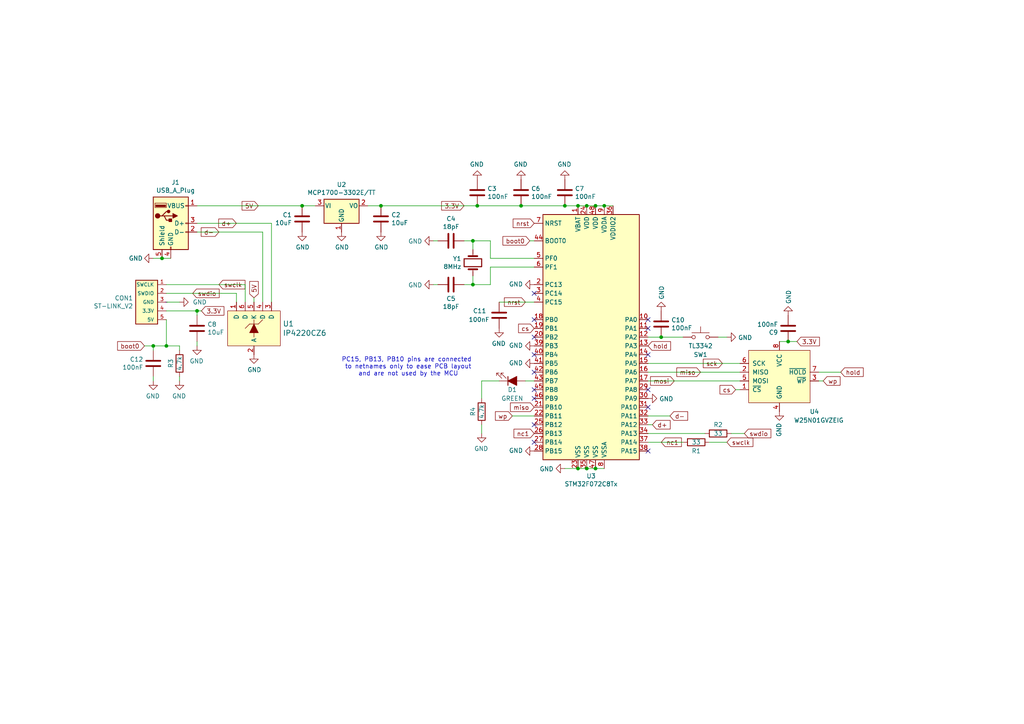
<source format=kicad_sch>
(kicad_sch (version 20211123) (generator eeschema)
  (paper "A4")
  (title_block (date "2019-11-28") (rev "1.3"))
  (lib_symbols
    (symbol "Connector:USB_A" (pin_names (offset 1.016))
      (property "Reference" "J" (at -5.08 11.43 0))
      (property "Value" "USB_A" (at -5.08 8.89 0))
      (symbol "USB_A_0_1"
        (rectangle (start -5.08 -7.62) (end 5.08 7.62) (stroke (width 0.254)) (fill (type background)))
        (circle (center -3.81 2.159) (radius 0.635) (stroke (width 0.254)) (fill (type outline)))
        (rectangle (start -1.524 4.826) (end -4.318 5.334) (fill (type outline)))
        (rectangle (start -1.27 4.572) (end -4.572 5.842))
        (circle (center -0.635 3.429) (radius 0.381) (stroke (width 0.254)) (fill (type outline)))
        (rectangle (start -0.127 -7.62) (end 0.127 -6.858))
        (polyline (pts (xy -3.175 2.159) (xy -2.54 2.159) (xy -1.27 3.429) (xy -0.635 3.429)) (stroke (width 0.254)))
        (polyline (pts (xy -2.54 2.159) (xy -1.905 2.159) (xy -1.27 0.889) (xy 0 0.889)) (stroke (width 0.254)))
        (polyline (pts (xy 0.635 2.794) (xy 0.635 1.524) (xy 1.905 2.159) (xy 0.635 2.794)) (stroke (width 0.254)) (fill (type outline)))
        (rectangle (start 0.254 1.27) (end -0.508 0.508) (stroke (width 0.254)) (fill (type outline)))
        (rectangle (start 5.08 -2.667) (end 4.318 -2.413))
        (rectangle (start 5.08 -0.127) (end 4.318 0.127))
        (rectangle (start 5.08 4.953) (end 4.318 5.207))
      )
      (symbol "USB_A_1_1"
        (polyline (pts (xy -1.905 2.159) (xy 0.635 2.159)) (stroke (width 0.254)))
        (pin power_in line (at 7.62 5.08 180) (length 2.54) (name "VBUS") (number "1"))
        (pin bidirectional line (at 7.62 -2.54 180) (length 2.54) (name "D-") (number "2"))
        (pin bidirectional line (at 7.62 0 180) (length 2.54) (name "D+") (number "3"))
        (pin power_in line (at 0 -10.16 90) (length 2.54) (name "GND") (number "4"))
        (pin passive line (at -2.54 -10.16 90) (length 2.54) (name "Shield") (number "5"))
      )
    )
    (symbol "Device:C" (pin_numbers hide) (pin_names (offset 0.254))
      (property "Reference" "C" (at 0.635 2.54 0))
      (property "Value" "C" (at 0.635 -2.54 0))
      (symbol "C_0_1"
        (polyline (pts (xy -2.032 -0.762) (xy 2.032 -0.762)) (stroke (width 0.508)))
        (polyline (pts (xy -2.032 0.762) (xy 2.032 0.762)) (stroke (width 0.508)))
      )
      (symbol "C_1_1"
        (pin passive line (at 0 3.81 270) (length 2.794) (name "~") (number "1"))
        (pin passive line (at 0 -3.81 90) (length 2.794) (name "~") (number "2"))
      )
    )
    (symbol "Device:Crystal" (pin_numbers hide) (pin_names (offset 1.016) hide)
      (property "Reference" "Y" (at 0 3.81 0))
      (property "Value" "Crystal" (at 0 -3.81 0))
      (symbol "Crystal_0_1"
        (rectangle (start -1.143 2.54) (end 1.143 -2.54) (stroke (width 0.3048)))
        (polyline (pts (xy -2.54 0) (xy -1.905 0)))
        (polyline (pts (xy -1.905 -1.27) (xy -1.905 1.27)) (stroke (width 0.508)))
        (polyline (pts (xy 1.905 -1.27) (xy 1.905 1.27)) (stroke (width 0.508)))
        (polyline (pts (xy 2.54 0) (xy 1.905 0)))
      )
      (symbol "Crystal_1_1"
        (pin passive line (at -3.81 0 0) (length 1.27) (name "1") (number "1"))
        (pin passive line (at 3.81 0 180) (length 1.27) (name "2") (number "2"))
      )
    )
    (symbol "Device:LED_Filled" (pin_numbers hide) (pin_names (offset 1.016) hide)
      (property "Reference" "D" (at 0 2.54 0))
      (property "Value" "LED_Filled" (at 0 -2.54 0))
      (symbol "LED_Filled_0_1"
        (polyline (pts (xy -1.27 -1.27) (xy -1.27 1.27)) (stroke (width 0.254)))
        (polyline (pts (xy -1.27 0) (xy 1.27 0)))
        (polyline (pts (xy 1.27 -1.27) (xy 1.27 1.27) (xy -1.27 0) (xy 1.27 -1.27)) (stroke (width 0.254)) (fill (type outline)))
        (polyline (pts (xy -3.048 -0.762) (xy -4.572 -2.286) (xy -3.81 -2.286) (xy -4.572 -2.286) (xy -4.572 -1.524)))
        (polyline (pts (xy -1.778 -0.762) (xy -3.302 -2.286) (xy -2.54 -2.286) (xy -3.302 -2.286) (xy -3.302 -1.524)))
      )
      (symbol "LED_Filled_1_1"
        (pin passive line (at -3.81 0 0) (length 2.54) (name "K") (number "1"))
        (pin passive line (at 3.81 0 180) (length 2.54) (name "A") (number "2"))
      )
    )
    (symbol "Device:R" (pin_numbers hide) (pin_names (offset 0))
      (property "Reference" "R" (at 2.032 0 90))
      (property "Value" "R" (at 0 0 90))
      (symbol "R_0_1"
        (rectangle (start -1.016 -2.54) (end 1.016 2.54) (stroke (width 0.254)))
      )
      (symbol "R_1_1"
        (pin passive line (at 0 3.81 270) (length 1.27) (name "~") (number "1"))
        (pin passive line (at 0 -3.81 90) (length 1.27) (name "~") (number "2"))
      )
    )
    (symbol "MCU_ST_STM32F0:STM32F072C8Tx"
      (property "Reference" "U" (at -15.24 36.83 0))
      (property "Value" "STM32F072C8Tx" (at 7.62 36.83 0))
      (symbol "STM32F072C8Tx_0_1"
        (rectangle (start -15.24 -35.56) (end 12.7 35.56) (stroke (width 0.254)) (fill (type background)))
      )
      (symbol "STM32F072C8Tx_1_1"
        (pin power_in line (at -5.08 38.1 270) (length 2.54) (name "VBAT") (number "1"))
        (pin bidirectional line (at 15.24 5.08 180) (length 2.54) (name "PA0") (number "10"))
        (pin bidirectional line (at 15.24 2.54 180) (length 2.54) (name "PA1") (number "11"))
        (pin bidirectional line (at 15.24 0 180) (length 2.54) (name "PA2") (number "12"))
        (pin bidirectional line (at 15.24 -2.54 180) (length 2.54) (name "PA3") (number "13"))
        (pin bidirectional line (at 15.24 -5.08 180) (length 2.54) (name "PA4") (number "14"))
        (pin bidirectional line (at 15.24 -7.62 180) (length 2.54) (name "PA5") (number "15"))
        (pin bidirectional line (at 15.24 -10.16 180) (length 2.54) (name "PA6") (number "16"))
        (pin bidirectional line (at 15.24 -12.7 180) (length 2.54) (name "PA7") (number "17"))
        (pin bidirectional line (at -17.78 5.08 0) (length 2.54) (name "PB0") (number "18"))
        (pin bidirectional line (at -17.78 2.54 0) (length 2.54) (name "PB1") (number "19"))
        (pin bidirectional line (at -17.78 15.24 0) (length 2.54) (name "PC13") (number "2"))
        (pin bidirectional line (at -17.78 0 0) (length 2.54) (name "PB2") (number "20"))
        (pin bidirectional line (at -17.78 -20.32 0) (length 2.54) (name "PB10") (number "21"))
        (pin bidirectional line (at -17.78 -22.86 0) (length 2.54) (name "PB11") (number "22"))
        (pin power_in line (at -5.08 -38.1 90) (length 2.54) (name "VSS") (number "23"))
        (pin power_in line (at -2.54 38.1 270) (length 2.54) (name "VDD") (number "24"))
        (pin bidirectional line (at -17.78 -25.4 0) (length 2.54) (name "PB12") (number "25"))
        (pin bidirectional line (at -17.78 -27.94 0) (length 2.54) (name "PB13") (number "26"))
        (pin bidirectional line (at -17.78 -30.48 0) (length 2.54) (name "PB14") (number "27"))
        (pin bidirectional line (at -17.78 -33.02 0) (length 2.54) (name "PB15") (number "28"))
        (pin bidirectional line (at 15.24 -15.24 180) (length 2.54) (name "PA8") (number "29"))
        (pin bidirectional line (at -17.78 12.7 0) (length 2.54) (name "PC14") (number "3"))
        (pin bidirectional line (at 15.24 -17.78 180) (length 2.54) (name "PA9") (number "30"))
        (pin bidirectional line (at 15.24 -20.32 180) (length 2.54) (name "PA10") (number "31"))
        (pin bidirectional line (at 15.24 -22.86 180) (length 2.54) (name "PA11") (number "32"))
        (pin bidirectional line (at 15.24 -25.4 180) (length 2.54) (name "PA12") (number "33"))
        (pin bidirectional line (at 15.24 -27.94 180) (length 2.54) (name "PA13") (number "34"))
        (pin power_in line (at -2.54 -38.1 90) (length 2.54) (name "VSS") (number "35"))
        (pin power_in line (at 5.08 38.1 270) (length 2.54) (name "VDDIO2") (number "36"))
        (pin bidirectional line (at 15.24 -30.48 180) (length 2.54) (name "PA14") (number "37"))
        (pin bidirectional line (at 15.24 -33.02 180) (length 2.54) (name "PA15") (number "38"))
        (pin bidirectional line (at -17.78 -2.54 0) (length 2.54) (name "PB3") (number "39"))
        (pin bidirectional line (at -17.78 10.16 0) (length 2.54) (name "PC15") (number "4"))
        (pin bidirectional line (at -17.78 -5.08 0) (length 2.54) (name "PB4") (number "40"))
        (pin bidirectional line (at -17.78 -7.62 0) (length 2.54) (name "PB5") (number "41"))
        (pin bidirectional line (at -17.78 -10.16 0) (length 2.54) (name "PB6") (number "42"))
        (pin bidirectional line (at -17.78 -12.7 0) (length 2.54) (name "PB7") (number "43"))
        (pin input line (at -17.78 27.94 0) (length 2.54) (name "BOOT0") (number "44"))
        (pin bidirectional line (at -17.78 -15.24 0) (length 2.54) (name "PB8") (number "45"))
        (pin bidirectional line (at -17.78 -17.78 0) (length 2.54) (name "PB9") (number "46"))
        (pin power_in line (at 0 -38.1 90) (length 2.54) (name "VSS") (number "47"))
        (pin power_in line (at 0 38.1 270) (length 2.54) (name "VDD") (number "48"))
        (pin input line (at -17.78 22.86 0) (length 2.54) (name "PF0") (number "5"))
        (pin input line (at -17.78 20.32 0) (length 2.54) (name "PF1") (number "6"))
        (pin input line (at -17.78 33.02 0) (length 2.54) (name "NRST") (number "7"))
        (pin power_in line (at 2.54 -38.1 90) (length 2.54) (name "VSSA") (number "8"))
        (pin power_in line (at 2.54 38.1 270) (length 2.54) (name "VDDA") (number "9"))
      )
    )
    (symbol "PocketAdmin:IP4220CZ6" (pin_names (offset 1.016))
      (property "Reference" "U" (at -7.62 -6.35 0))
      (property "Value" "IP4220CZ6" (at 7.62 -6.35 0))
      (symbol "IP4220CZ6_0_1"
        (rectangle (start -7.62 5.08) (end 7.62 -5.08) (fill (type background)))
        (polyline (pts (xy -1.27 1.27) (xy -2.54 0)))
        (polyline (pts (xy 0 -1.27) (xy 0 -2.54)))
        (polyline (pts (xy 0 1.27) (xy 0 2.54)))
        (polyline (pts (xy 1.27 1.27) (xy -1.27 1.27)))
        (polyline (pts (xy 1.27 1.27) (xy 2.54 2.54)))
        (polyline (pts (xy 0 1.27) (xy -1.27 -1.27) (xy 1.27 -1.27) (xy 0 1.27)) (fill (type outline)))
      )
      (symbol "IP4220CZ6_1_1"
        (pin passive line (at -5.08 7.62 270) (length 2.54) (name "D") (number "1"))
        (pin passive line (at 0 -7.62 90) (length 2.54) (name "A") (number "2"))
        (pin passive line (at 5.08 7.62 270) (length 2.54) (name "D") (number "3"))
        (pin passive line (at 2.54 7.62 270) (length 2.54) (name "D") (number "4"))
        (pin passive line (at 0 7.62 270) (length 2.54) (name "K") (number "5"))
        (pin passive line (at -2.54 7.62 270) (length 2.54) (name "D") (number "6"))
      )
    )
    (symbol "PocketAdmin:ST-LINK_V2" (pin_names (offset 1.016))
      (property "Reference" "CON" (at 0 8.89 0))
      (property "Value" "ST-LINK_V2" (at 0 -8.89 0))
      (symbol "ST-LINK_V2_0_1"
        (rectangle (start -3.81 -6.35) (end 2.54 6.35) (stroke (width 0.254)) (fill (type background)))
      )
      (symbol "ST-LINK_V2_1_1"
        (pin bidirectional line (at 5.08 5.08 180) (length 2.54) (name "SWCLK") (number "1"))
        (pin bidirectional line (at 5.08 2.54 180) (length 2.54) (name "SWDIO") (number "2"))
        (pin power_out line (at 5.08 0 180) (length 2.54) (name "GND") (number "3"))
        (pin power_out line (at 5.08 -2.54 180) (length 2.54) (name "3.3V") (number "4"))
        (pin power_out line (at 5.08 -5.08 180) (length 2.54) (name "5V") (number "5"))
      )
    )
    (symbol "PocketAdmin:W25N01GVZEIG" (pin_names (offset 1.016))
      (property "Reference" "U" (at 2.54 11.43 0))
      (property "Value" "W25N01GVZEIG" (at 7.62 8.89 0))
      (symbol "W25N01GVZEIG_0_1"
        (rectangle (start 8.89 -7.62) (end -8.89 7.62) (fill (type background)))
      )
      (symbol "W25N01GVZEIG_1_1"
        (pin input line (at -11.43 -3.81 0) (length 2.54) (name "~{CS}") (number "1"))
        (pin input line (at -11.43 1.27 0) (length 2.54) (name "MISO") (number "2"))
        (pin input line (at 11.43 -1.27 180) (length 2.54) (name "~{WP}") (number "3"))
        (pin power_in line (at 0 -10.16 90) (length 2.54) (name "GND") (number "4"))
        (pin input line (at -11.43 -1.27 0) (length 2.54) (name "MOSI") (number "5"))
        (pin input line (at -11.43 3.81 0) (length 2.54) (name "SCK") (number "6"))
        (pin output line (at 11.43 1.27 180) (length 2.54) (name "~{HOLD}") (number "7"))
        (pin power_in line (at 0 10.16 270) (length 2.54) (name "VCC") (number "8"))
        (pin input line (at 0 -10.16 90) (length 2.54) hide (name "GND") (number "9"))
      )
    )
    (symbol "Regulator_Linear:MCP1700x-330xxTT" (pin_names (offset 0.254))
      (property "Reference" "U" (at -3.81 3.175 0))
      (property "Value" "MCP1700x-330xxTT" (at 0 3.175 0))
      (symbol "MCP1700x-330xxTT_0_1"
        (rectangle (start -5.08 1.905) (end 5.08 -5.08) (stroke (width 0.254)) (fill (type background)))
      )
      (symbol "MCP1700x-330xxTT_1_1"
        (pin power_in line (at 0 -7.62 90) (length 2.54) (name "GND") (number "1"))
        (pin power_out line (at 7.62 0 180) (length 2.54) (name "VO") (number "2"))
        (pin power_in line (at -7.62 0 0) (length 2.54) (name "VI") (number "3"))
      )
    )
    (symbol "Switch:SW_Push" (pin_numbers hide) (pin_names (offset 1.016) hide)
      (property "Reference" "SW" (at 1.27 2.54 0))
      (property "Value" "SW_Push" (at 0 -1.524 0))
      (symbol "SW_Push_0_1"
        (circle (center -2.032 0) (radius 0.508))
        (polyline (pts (xy 0 1.27) (xy 0 3.048)))
        (polyline (pts (xy 2.54 1.27) (xy -2.54 1.27)))
        (circle (center 2.032 0) (radius 0.508))
        (pin passive line (at -5.08 0 0) (length 2.54) (name "1") (number "1"))
        (pin passive line (at 5.08 0 180) (length 2.54) (name "2") (number "2"))
      )
    )
    (symbol "power:GND" (power) (pin_names (offset 0))
      (property "Value" "GND" (at 0 -3.81 0))
      (symbol "GND_0_1"
        (polyline (pts (xy 0 0) (xy 0 -1.27) (xy 1.27 -1.27) (xy 0 -2.54) (xy -1.27 -1.27) (xy 0 -1.27)))
      )
      (symbol "GND_1_1"
        (pin power_in line (at 0 0 270) (length 0) hide (name "GND") (number "1"))
      )
    )
  )
  (junction (at 110.49 59.69))
  (junction (at 137.16 69.85))
  (junction (at 87.63 59.69))
  (junction (at 170.18 135.89))
  (junction (at 170.18 59.69))
  (junction (at 175.26 59.69))
  (junction (at 167.64 135.89))
  (junction (at 228.6 99.06))
  (junction (at 57.15 90.17))
  (junction (at 46.99 74.93))
  (junction (at 151.13 59.69))
  (junction (at 137.16 82.55))
  (junction (at 191.77 97.79))
  (junction (at 44.45 100.33))
  (junction (at 172.72 135.89))
  (junction (at 172.72 59.69))
  (junction (at 138.43 59.69))
  (junction (at 167.64 59.69))
  (junction (at 163.83 59.69))
  (junction (at 48.26 100.33))
  (no_connect (at 187.96 95.25))
  (no_connect (at 154.94 128.27))
  (no_connect (at 187.96 113.03))
  (no_connect (at 154.94 97.79))
  (no_connect (at 154.94 123.19))
  (no_connect (at 187.96 102.87))
  (no_connect (at 154.94 115.57))
  (no_connect (at 154.94 107.95))
  (no_connect (at 154.94 102.87))
  (no_connect (at 154.94 85.09))
  (no_connect (at 154.94 113.03))
  (no_connect (at 187.96 118.11))
  (no_connect (at 154.94 92.71))
  (no_connect (at 187.96 130.81))
  (no_connect (at 187.96 92.71))
  (wire (pts (xy 57.15 91.44) (xy 57.15 90.17)))
  (wire (pts (xy 152.4 110.49) (xy 154.94 110.49)))
  (wire (pts (xy 205.74 128.27) (xy 210.82 128.27)))
  (wire (pts (xy 226.06 99.06) (xy 228.6 99.06)))
  (wire (pts (xy 73.66 86.36) (xy 73.66 87.63)))
  (wire (pts (xy 243.84 107.95) (xy 237.49 107.95)))
  (wire (pts (xy 139.7 115.57) (xy 139.7 110.49)))
  (wire (pts (xy 213.36 113.03) (xy 214.63 113.03)))
  (wire (pts (xy 144.78 87.63) (xy 154.94 87.63)))
  (wire (pts (xy 187.96 110.49) (xy 214.63 110.49)))
  (wire (pts (xy 68.58 85.09) (xy 48.26 85.09)))
  (wire (pts (xy 44.45 100.33) (xy 44.45 101.6)))
  (wire (pts (xy 139.7 110.49) (xy 144.78 110.49)))
  (wire (pts (xy 48.26 100.33) (xy 44.45 100.33)))
  (wire (pts (xy 204.47 125.73) (xy 187.96 125.73)))
  (wire (pts (xy 138.43 59.69) (xy 151.13 59.69)))
  (wire (pts (xy 167.64 135.89) (xy 170.18 135.89)))
  (wire (pts (xy 189.23 123.19) (xy 187.96 123.19)))
  (wire (pts (xy 154.94 69.85) (xy 153.67 69.85)))
  (wire (pts (xy 148.59 120.65) (xy 154.94 120.65)))
  (wire (pts (xy 49.53 74.93) (xy 46.99 74.93)))
  (wire (pts (xy 194.31 120.65) (xy 187.96 120.65)))
  (wire (pts (xy 52.07 110.49) (xy 52.07 109.22)))
  (wire (pts (xy 210.82 97.79) (xy 208.28 97.79)))
  (wire (pts (xy 127 82.55) (xy 125.73 82.55)))
  (wire (pts (xy 137.16 69.85) (xy 134.62 69.85)))
  (wire (pts (xy 191.77 97.79) (xy 198.12 97.79)))
  (wire (pts (xy 163.83 59.69) (xy 167.64 59.69)))
  (wire (pts (xy 52.07 101.6) (xy 52.07 100.33)))
  (wire (pts (xy 170.18 135.89) (xy 172.72 135.89)))
  (wire (pts (xy 163.83 135.89) (xy 167.64 135.89)))
  (wire (pts (xy 76.2 67.31) (xy 57.15 67.31)))
  (wire (pts (xy 167.64 59.69) (xy 170.18 59.69)))
  (wire (pts (xy 137.16 82.55) (xy 142.24 82.55)))
  (wire (pts (xy 52.07 100.33) (xy 48.26 100.33)))
  (wire (pts (xy 170.18 59.69) (xy 172.72 59.69)))
  (wire (pts (xy 214.63 107.95) (xy 187.96 107.95)))
  (wire (pts (xy 71.12 82.55) (xy 48.26 82.55)))
  (wire (pts (xy 134.62 82.55) (xy 137.16 82.55)))
  (wire (pts (xy 142.24 77.47) (xy 154.94 77.47)))
  (wire (pts (xy 125.73 69.85) (xy 127 69.85)))
  (wire (pts (xy 175.26 59.69) (xy 177.8 59.69)))
  (wire (pts (xy 106.68 59.69) (xy 110.49 59.69)))
  (wire (pts (xy 44.45 100.33) (xy 41.91 100.33)))
  (wire (pts (xy 78.74 64.77) (xy 78.74 87.63)))
  (wire (pts (xy 57.15 64.77) (xy 78.74 64.77)))
  (wire (pts (xy 191.77 97.79) (xy 187.96 97.79)))
  (wire (pts (xy 137.16 82.55) (xy 137.16 80.01)))
  (wire (pts (xy 76.2 87.63) (xy 76.2 67.31)))
  (wire (pts (xy 139.7 125.73) (xy 139.7 123.19)))
  (wire (pts (xy 142.24 69.85) (xy 137.16 69.85)))
  (wire (pts (xy 142.24 82.55) (xy 142.24 77.47)))
  (wire (pts (xy 142.24 74.93) (xy 142.24 69.85)))
  (wire (pts (xy 68.58 87.63) (xy 68.58 85.09)))
  (wire (pts (xy 57.15 90.17) (xy 58.42 90.17)))
  (wire (pts (xy 87.63 59.69) (xy 91.44 59.69)))
  (wire (pts (xy 52.07 87.63) (xy 48.26 87.63)))
  (wire (pts (xy 228.6 99.06) (xy 231.14 99.06)))
  (wire (pts (xy 44.45 110.49) (xy 44.45 109.22)))
  (wire (pts (xy 187.96 105.41) (xy 214.63 105.41)))
  (wire (pts (xy 46.99 74.93) (xy 44.45 74.93)))
  (wire (pts (xy 198.12 128.27) (xy 187.96 128.27)))
  (wire (pts (xy 238.76 110.49) (xy 237.49 110.49)))
  (wire (pts (xy 48.26 92.71) (xy 48.26 100.33)))
  (wire (pts (xy 48.26 90.17) (xy 57.15 90.17)))
  (wire (pts (xy 57.15 59.69) (xy 87.63 59.69)))
  (wire (pts (xy 212.09 125.73) (xy 215.9 125.73)))
  (wire (pts (xy 151.13 59.69) (xy 163.83 59.69)))
  (wire (pts (xy 172.72 135.89) (xy 175.26 135.89)))
  (wire (pts (xy 137.16 72.39) (xy 137.16 69.85)))
  (wire (pts (xy 154.94 74.93) (xy 142.24 74.93)))
  (wire (pts (xy 172.72 59.69) (xy 175.26 59.69)))
  (wire (pts (xy 71.12 87.63) (xy 71.12 82.55)))
  (wire (pts (xy 57.15 100.33) (xy 57.15 99.06)))
  (wire (pts (xy 110.49 59.69) (xy 138.43 59.69)))
  (text "PC15, PB13, PB10 pins are connected\n to netnames only to ease PCB layout \n     and are not used by the MCU " (at 99.06 109.22 0) (effects (font (size 1.27 1.27)) (justify left bottom)))
  (global_label "cs" (shape input) (at 213.36 113.03 180) (property "Intersheet References" "${INTERSHEET_REFS}" (effects hide)))
  (global_label "hold" (shape input) (at 187.96 100.33 0) (property "Intersheet References" "${INTERSHEET_REFS}" (effects hide)))
  (global_label "d+" (shape input) (at 68.58 64.77 180) (property "Intersheet References" "${INTERSHEET_REFS}" (effects hide)))
  (global_label "3.3V" (shape input) (at 58.42 90.17 0) (property "Intersheet References" "${INTERSHEET_REFS}" (effects hide)))
  (global_label "sck" (shape input) (at 209.55 105.41 180) (property "Intersheet References" "${INTERSHEET_REFS}" (effects hide)))
  (global_label "nc1" (shape input) (at 191.77 128.27 0) (property "Intersheet References" "${INTERSHEET_REFS}" (effects hide)))
  (global_label "swclk" (shape input) (at 63.5 82.55 0) (property "Intersheet References" "${INTERSHEET_REFS}" (effects hide)))
  (global_label "d-" (shape input) (at 194.31 120.65 0) (property "Intersheet References" "${INTERSHEET_REFS}" (effects hide)))
  (global_label "hold" (shape input) (at 243.84 107.95 0) (property "Intersheet References" "${INTERSHEET_REFS}" (effects hide)))
  (global_label "3.3V" (shape input) (at 231.14 99.06 0) (property "Intersheet References" "${INTERSHEET_REFS}" (effects hide)))
  (global_label "nrst" (shape input) (at 154.94 64.77 180) (property "Intersheet References" "${INTERSHEET_REFS}" (effects hide)))
  (global_label "miso" (shape input) (at 154.94 118.11 180) (property "Intersheet References" "${INTERSHEET_REFS}" (effects hide)))
  (global_label "cs" (shape input) (at 154.94 95.25 180) (property "Intersheet References" "${INTERSHEET_REFS}" (effects hide)))
  (global_label "nrst" (shape input) (at 152.4 87.63 180) (property "Intersheet References" "${INTERSHEET_REFS}" (effects hide)))
  (global_label "5V" (shape input) (at 73.66 86.36 90) (property "Intersheet References" "${INTERSHEET_REFS}" (effects hide)))
  (global_label "wp" (shape input) (at 238.76 110.49 0) (property "Intersheet References" "${INTERSHEET_REFS}" (effects hide)))
  (global_label "swdio" (shape input) (at 215.9 125.73 0) (property "Intersheet References" "${INTERSHEET_REFS}" (effects hide)))
  (global_label "boot0" (shape input) (at 41.91 100.33 180) (property "Intersheet References" "${INTERSHEET_REFS}" (effects hide)))
  (global_label "nc1" (shape input) (at 154.94 125.73 180) (property "Intersheet References" "${INTERSHEET_REFS}" (effects hide)))
  (global_label "d-" (shape input) (at 63.5 67.31 180) (property "Intersheet References" "${INTERSHEET_REFS}" (effects hide)))
  (global_label "swclk" (shape input) (at 210.82 128.27 0) (property "Intersheet References" "${INTERSHEET_REFS}" (effects hide)))
  (global_label "swdio" (shape input) (at 55.88 85.09 0) (property "Intersheet References" "${INTERSHEET_REFS}" (effects hide)))
  (global_label "mosi" (shape input) (at 195.58 110.49 180) (property "Intersheet References" "${INTERSHEET_REFS}" (effects hide)))
  (global_label "wp" (shape input) (at 148.59 120.65 180) (property "Intersheet References" "${INTERSHEET_REFS}" (effects hide)))
  (global_label "3.3V" (shape input) (at 134.62 59.69 180) (property "Intersheet References" "${INTERSHEET_REFS}" (effects hide)))
  (global_label "d+" (shape input) (at 189.23 123.19 0) (property "Intersheet References" "${INTERSHEET_REFS}" (effects hide)))
  (global_label "miso" (shape input) (at 203.2 107.95 180) (property "Intersheet References" "${INTERSHEET_REFS}" (effects hide)))
  (global_label "boot0" (shape input) (at 153.67 69.85 180) (property "Intersheet References" "${INTERSHEET_REFS}" (effects hide)))
  (global_label "5V" (shape input) (at 74.93 59.69 180) (property "Intersheet References" "${INTERSHEET_REFS}" (effects hide)))
  (symbol (lib_id "Connector:USB_A") (at 49.53 64.77 0) (unit 1)
    (property "Reference" "J1" (at 50.927 52.9082 0))
    (property "Value" "USB_A_Plug" (at 50.927 55.2196 0))
    (property "Footprint" "Connector_USB:USB_A_CNCTech_1001-011-01101_Horizontal" (effects hide))
    (property "Datasheet" "https://www.aliexpress.com/item/32661919556.html" (effects hide))
    (property "Short Description" "black G49 USB A plug" (effects hide))
  )
  (symbol (lib_id "MCU_ST_STM32F0:STM32F072C8Tx") (at 172.72 97.79 0) (unit 1)
    (property "Reference" "U3" (at 171.45 138.0744 0))
    (property "Value" "STM32F072C8Tx" (at 171.45 140.3858 0))
    (property "Footprint" "Package_QFP:LQFP-48_7x7mm_P0.5mm" (effects hide))
    (property "Datasheet" "http://www.st.com/st-web-ui/static/active/en/resource/technical/document/datasheet/DM00090510.pdf" (effects hide))
    (property "Manufacturer" "STMicroelectronics" (effects hide))
    (property "Short Description" "ARM cortex M0 microcontroller" (effects hide))
  )
  (symbol (lib_id "Device:Crystal") (at 137.16 76.2 270) (unit 1)
    (property "Reference" "Y1" (at 133.8326 75.0316 90) (effects (justify right)))
    (property "Value" "8MHz" (at 133.8326 77.343 90) (effects (justify right)))
    (property "Footprint" "Crystal:Crystal_SMD_5032-2Pin_5.0x3.2mm" (effects hide))
    (property "Datasheet" "https://www.ndk.com/images/products/catalog/c_NX5032GA_e.pdf" (effects hide))
    (property "Manufacturer" "Nihon Dempa Kogyo" (effects hide))
    (property "Short Description" "NX5032GA-8MHZ(STD-CSK-7) crystal resonator" (effects hide))
  )
  (symbol (lib_id "Device:C") (at 130.81 82.55 270) (unit 1)
    (property "Reference" "C5" (at 130.81 86.614 90))
    (property "Value" "18pF" (at 130.81 88.9254 90))
    (property "Footprint" "Capacitor_SMD:C_0603_1608Metric" (effects hide))
    (property "Datasheet" "https://product.tdk.com/info/en/catalog/datasheets/mlcc_commercial_general_en.pdf" (effects hide))
    (property "Manufacturer" "TDK" (effects hide))
    (property "Short Description" "C0G 5% 50V     eg. C1608C0G1H180J" (effects hide))
  )
  (symbol (lib_id "Device:C") (at 130.81 69.85 270) (unit 1)
    (property "Reference" "C4" (at 130.81 63.4492 90))
    (property "Value" "18pF" (at 130.81 65.7606 90))
    (property "Footprint" "Capacitor_SMD:C_0603_1608Metric" (effects hide))
    (property "Datasheet" "https://product.tdk.com/info/en/catalog/datasheets/mlcc_commercial_general_en.pdf" (effects hide))
    (property "Manufacturer" "TDK" (effects hide))
    (property "Short Description" "C0G 5% 50V     eg. C1608C0G1H180J" (effects hide))
  )
  (symbol (lib_id "power:GND") (at 125.73 82.55 270) (unit 1)
    (property "Reference" "#PWR08" (effects hide))
    (property "Value" "GND" (at 122.4788 82.677 90) (effects (justify right)))
  )
  (symbol (lib_id "power:GND") (at 125.73 69.85 270) (unit 1)
    (property "Reference" "#PWR07" (effects hide))
    (property "Value" "GND" (at 122.4788 69.977 90) (effects (justify right)))
  )
  (symbol (lib_id "Device:C") (at 163.83 55.88 0) (unit 1)
    (property "Reference" "C7" (at 166.751 54.7116 0) (effects (justify left)))
    (property "Value" "100nF" (at 166.751 57.023 0) (effects (justify left)))
    (property "Footprint" "Capacitor_SMD:C_0603_1608Metric" (effects hide))
    (property "Datasheet" "https://product.tdk.com/info/en/catalog/datasheets/mlcc_commercial_general_en.pdf" (effects hide))
    (property "Manufacturer" "TDK" (effects hide))
    (property "Short Description" "X7R 10% 50V   eg. C1608X7R1H104K" (effects hide))
  )
  (symbol (lib_id "Device:C") (at 151.13 55.88 0) (unit 1)
    (property "Reference" "C6" (at 154.051 54.7116 0) (effects (justify left)))
    (property "Value" "100nF" (at 154.051 57.023 0) (effects (justify left)))
    (property "Footprint" "Capacitor_SMD:C_0603_1608Metric" (effects hide))
    (property "Datasheet" "https://product.tdk.com/info/en/catalog/datasheets/mlcc_commercial_general_en.pdf" (effects hide))
    (property "Manufacturer" "TDK" (effects hide))
    (property "Short Description" "X7R 10% 50V   eg. C1608X7R1H104K" (effects hide))
  )
  (symbol (lib_id "Device:C") (at 138.43 55.88 0) (unit 1)
    (property "Reference" "C3" (at 141.351 54.7116 0) (effects (justify left)))
    (property "Value" "100nF" (at 141.351 57.023 0) (effects (justify left)))
    (property "Footprint" "Capacitor_SMD:C_0603_1608Metric" (effects hide))
    (property "Datasheet" "https://product.tdk.com/info/en/catalog/datasheets/mlcc_commercial_general_en.pdf" (effects hide))
    (property "Manufacturer" "TDK" (effects hide))
    (property "Short Description" "X7R 10% 50V   eg. C1608X7R1H104K" (effects hide))
  )
  (symbol (lib_id "Regulator_Linear:MCP1700x-330xxTT") (at 99.06 59.69 0) (unit 1)
    (property "Reference" "U2" (at 99.06 53.5432 0))
    (property "Value" "MCP1700-3302E/TT" (at 99.06 55.8546 0))
    (property "Footprint" "Package_TO_SOT_SMD:SOT-23" (effects hide))
    (property "Datasheet" "http://ww1.microchip.com/downloads/en/DeviceDoc/20001826D.pdf" (effects hide))
    (property "Manufacturer" "Microchip Technology" (effects hide))
    (property "Short Description" "3.3V LDO linear voltage regulator" (effects hide))
  )
  (symbol (lib_id "power:GND") (at 138.43 52.07 180) (unit 1)
    (property "Reference" "#PWR09" (effects hide))
    (property "Value" "GND" (at 138.303 47.6758 0))
  )
  (symbol (lib_id "power:GND") (at 151.13 52.07 180) (unit 1)
    (property "Reference" "#PWR010" (effects hide))
    (property "Value" "GND" (at 151.003 47.6758 0))
  )
  (symbol (lib_id "power:GND") (at 163.83 52.07 180) (unit 1)
    (property "Reference" "#PWR011" (effects hide))
    (property "Value" "GND" (at 163.703 47.6758 0))
  )
  (symbol (lib_id "power:GND") (at 99.06 67.31 0) (unit 1)
    (property "Reference" "#PWR05" (effects hide))
    (property "Value" "GND" (at 99.187 71.7042 0))
  )
  (symbol (lib_id "Device:C") (at 110.49 63.5 0) (unit 1)
    (property "Reference" "C2" (at 113.4872 62.3316 0) (effects (justify left)))
    (property "Value" "10uF" (at 113.4872 64.643 0) (effects (justify left)))
    (property "Footprint" "Capacitor_SMD:C_0805_2012Metric" (effects hide))
    (property "Datasheet" "https://product.tdk.com/info/en/catalog/datasheets/mlcc_commercial_general_en.pdf" (effects hide))
    (property "Manufacturer" "TDK" (effects hide))
    (property "Short Description" "X5R 10% 16V   eg. C2012X5R1C106K" (effects hide))
  )
  (symbol (lib_id "Device:C") (at 87.63 63.5 0) (unit 1)
    (property "Reference" "C1" (at 84.6582 62.3316 0) (effects (justify right)))
    (property "Value" "10uF" (at 84.6582 64.643 0) (effects (justify right)))
    (property "Footprint" "Capacitor_SMD:C_0805_2012Metric" (effects hide))
    (property "Datasheet" "https://product.tdk.com/info/en/catalog/datasheets/mlcc_commercial_general_en.pdf" (effects hide))
    (property "Manufacturer" "TDK" (effects hide))
    (property "Short Description" "X5R 10% 16V   eg. C2012X5R1C106K" (effects hide))
  )
  (symbol (lib_id "power:GND") (at 87.63 67.31 0) (unit 1)
    (property "Reference" "#PWR04" (effects hide))
    (property "Value" "GND" (at 87.757 71.7042 0))
  )
  (symbol (lib_id "power:GND") (at 110.49 67.31 0) (unit 1)
    (property "Reference" "#PWR06" (effects hide))
    (property "Value" "GND" (at 110.617 71.7042 0))
  )
  (symbol (lib_id "power:GND") (at 163.83 135.89 270) (unit 1)
    (property "Reference" "#PWR012" (effects hide))
    (property "Value" "GND" (at 160.5788 136.017 90) (effects (justify right)))
  )
  (symbol (lib_id "PocketAdmin:IP4220CZ6") (at 73.66 95.25 0) (unit 1)
    (property "Reference" "U1" (at 81.9912 93.9038 0) (effects (font (size 1.524 1.524)) (justify left)))
    (property "Value" "IP4220CZ6" (at 81.9912 96.5962 0) (effects (font (size 1.524 1.524)) (justify left)))
    (property "Footprint" "Package_SO:TSOP-6_1.65x3.05mm_P0.95mm" (effects hide))
    (property "Datasheet" "https://assets.nexperia.com/documents/data-sheet/IP4220CZ6.pdf" (effects hide))
    (property "Manufacturer" "Nexperia" (effects hide))
    (property "Short Description" "ESD protection diode for USB" (effects hide))
  )
  (symbol (lib_id "power:GND") (at 73.66 102.87 0) (unit 1)
    (property "Reference" "#PWR03" (effects hide))
    (property "Value" "GND" (at 73.787 107.2642 0))
  )
  (symbol (lib_id "power:GND") (at 44.45 74.93 270) (unit 1)
    (property "Reference" "#PWR01" (effects hide))
    (property "Value" "GND" (at 39.37 74.93 90))
  )
  (symbol (lib_id "PocketAdmin:ST-LINK_V2") (at 43.18 87.63 0) (unit 1)
    (property "Reference" "CON1" (at 38.608 86.4616 0) (effects (justify right)))
    (property "Value" "ST-LINK_V2" (at 38.608 88.773 0) (effects (justify right)))
    (property "Footprint" "Connector_PinHeader_2.54mm:PinHeader_1x05_P2.54mm_Vertical" (effects hide))
    (property "Datasheet" "~" (at 48.26 87.63 0))
    (property "Short Description" "plated holes in PCB, to plug a cable in" (effects hide))
  )
  (symbol (lib_id "power:GND") (at 52.07 87.63 90) (mirror x) (unit 1)
    (property "Reference" "#PWR02" (effects hide))
    (property "Value" "GND" (at 55.88 87.63 90) (effects (justify right)))
  )
  (symbol (lib_id "Device:R") (at 201.93 128.27 270) (unit 1)
    (property "Reference" "R1" (at 201.93 130.81 90))
    (property "Value" "33" (at 201.93 128.27 90))
    (property "Footprint" "Resistor_SMD:R_0603_1608Metric" (effects hide))
    (property "Datasheet" "https://datasheet.lcsc.com/szlcsc/1811151223_LIZ-Elec-CR0603JA0102G_C101253.pdf" (effects hide))
    (property "Manufacturer" "LIZ Electronics" (effects hide))
    (property "Short Description" "5% 50V  eg. CR0603JA0330G" (effects hide))
  )
  (symbol (lib_id "Device:R") (at 208.28 125.73 270) (unit 1)
    (property "Reference" "R2" (at 208.28 123.19 90))
    (property "Value" "33" (at 208.28 125.73 90))
    (property "Footprint" "Resistor_SMD:R_0603_1608Metric" (effects hide))
    (property "Datasheet" "https://datasheet.lcsc.com/szlcsc/1811151223_LIZ-Elec-CR0603JA0102G_C101253.pdf" (effects hide))
    (property "Manufacturer" "LIZ Electronics" (effects hide))
    (property "Short Description" "5% 50V  eg. CR0603JA0330G" (effects hide))
  )
  (symbol (lib_id "Device:C") (at 57.15 95.25 0) (unit 1)
    (property "Reference" "C8" (at 60.1472 94.0816 0) (effects (justify left)))
    (property "Value" "10uF" (at 60.1472 96.393 0) (effects (justify left)))
    (property "Footprint" "Capacitor_SMD:C_0805_2012Metric" (effects hide))
    (property "Datasheet" "https://product.tdk.com/info/en/catalog/datasheets/mlcc_commercial_general_en.pdf" (effects hide))
    (property "Manufacturer" "TDK" (effects hide))
    (property "Short Description" "X5R 10% 16V   eg. C2012X5R1C106K" (effects hide))
  )
  (symbol (lib_id "power:GND") (at 57.15 100.33 0) (mirror y) (unit 1)
    (property "Reference" "#PWR013" (effects hide))
    (property "Value" "GND" (at 57.023 104.7242 0))
  )
  (symbol (lib_id "power:GND") (at 226.06 119.38 0) (mirror y) (unit 1)
    (property "Reference" "#PWR0101" (effects hide))
    (property "Value" "GND" (at 225.933 122.6312 90) (effects (justify right)))
  )
  (symbol (lib_id "Device:C") (at 228.6 95.25 180) (unit 1)
    (property "Reference" "C9" (at 225.679 96.4184 0) (effects (justify left)))
    (property "Value" "100nF" (at 225.679 94.107 0) (effects (justify left)))
    (property "Footprint" "Capacitor_SMD:C_0603_1608Metric" (effects hide))
    (property "Datasheet" "https://product.tdk.com/info/en/catalog/datasheets/mlcc_commercial_general_en.pdf" (effects hide))
    (property "Manufacturer" "TDK" (effects hide))
    (property "Short Description" "X7R 10% 50V   eg. C1608X7R1H104K" (effects hide))
  )
  (symbol (lib_id "power:GND") (at 228.6 91.44 0) (mirror x) (unit 1)
    (property "Reference" "#PWR0102" (effects hide))
    (property "Value" "GND" (at 228.727 88.1888 90) (effects (justify right)))
  )
  (symbol (lib_id "Switch:SW_Push") (at 203.2 97.79 0) (unit 1)
    (property "Reference" "SW1" (at 203.2 102.87 0))
    (property "Value" "TL3342" (at 203.2 100.33 0))
    (property "Footprint" "Button_Switch_SMD:SW_SPST_TL3342" (effects hide))
    (property "Datasheet" "https://www.aliexpress.com/item/32996664072.html" (effects hide))
    (property "Short Description" "1.5mm height momentary pushbutton" (effects hide))
  )
  (symbol (lib_id "power:GND") (at 210.82 97.79 90) (mirror x) (unit 1)
    (property "Reference" "#PWR0103" (effects hide))
    (property "Value" "GND" (at 214.0712 97.917 90) (effects (justify right)))
  )
  (symbol (lib_id "Device:C") (at 191.77 93.98 0) (unit 1)
    (property "Reference" "C10" (at 194.691 92.8116 0) (effects (justify left)))
    (property "Value" "100nF" (at 194.691 95.123 0) (effects (justify left)))
    (property "Footprint" "Capacitor_SMD:C_0603_1608Metric" (effects hide))
    (property "Datasheet" "https://product.tdk.com/info/en/catalog/datasheets/mlcc_commercial_general_en.pdf" (effects hide))
    (property "Manufacturer" "TDK" (effects hide))
    (property "Short Description" "X7R 10% 50V   eg. C1608X7R1H104K" (effects hide))
  )
  (symbol (lib_id "power:GND") (at 191.77 90.17 0) (mirror x) (unit 1)
    (property "Reference" "#PWR0104" (effects hide))
    (property "Value" "GND" (at 191.897 86.9188 90) (effects (justify right)))
  )
  (symbol (lib_id "power:GND") (at 154.94 82.55 270) (mirror x) (unit 1)
    (property "Reference" "#PWR0107" (effects hide))
    (property "Value" "GND" (at 151.6888 82.423 90) (effects (justify right)))
  )
  (symbol (lib_id "power:GND") (at 154.94 100.33 270) (mirror x) (unit 1)
    (property "Reference" "#PWR0108" (effects hide))
    (property "Value" "GND" (at 151.6888 100.203 90) (effects (justify right)))
  )
  (symbol (lib_id "power:GND") (at 154.94 105.41 270) (mirror x) (unit 1)
    (property "Reference" "#PWR0109" (effects hide))
    (property "Value" "GND" (at 151.6888 105.283 90) (effects (justify right)))
  )
  (symbol (lib_id "power:GND") (at 187.96 115.57 90) (mirror x) (unit 1)
    (property "Reference" "#PWR0110" (effects hide))
    (property "Value" "GND" (at 191.2112 115.697 90) (effects (justify right)))
  )
  (symbol (lib_id "power:GND") (at 154.94 130.81 270) (mirror x) (unit 1)
    (property "Reference" "#PWR0111" (effects hide))
    (property "Value" "GND" (at 151.6888 130.683 90) (effects (justify right)))
  )
  (symbol (lib_id "PocketAdmin:W25N01GVZEIG") (at 226.06 109.22 0) (unit 1)
    (property "Reference" "U4" (at 236.22 119.38 0))
    (property "Value" "W25N01GVZEIG" (at 237.49 121.92 0))
    (property "Footprint" "PocketAdmin:WSON-8_8x6mm" (effects hide))
    (property "Datasheet" "https://www.winbond.com/resource-files/w25n01gv revg 032116.pdf" (effects hide))
    (property "Manufacturer" "Winbond Electronics" (effects hide))
    (property "Short Description" "128MiB serial NAND flash memory" (effects hide))
  )
  (symbol (lib_id "power:GND") (at 144.78 95.25 0) (mirror y) (unit 1)
    (property "Reference" "#PWR0106" (effects hide))
    (property "Value" "GND" (at 144.653 99.6442 0))
  )
  (symbol (lib_id "Device:R") (at 52.07 105.41 0) (mirror x) (unit 1)
    (property "Reference" "R3" (at 49.53 105.41 90))
    (property "Value" "4.7k" (at 52.07 105.41 90))
    (property "Footprint" "Resistor_SMD:R_0603_1608Metric" (effects hide))
    (property "Datasheet" "https://datasheet.lcsc.com/szlcsc/1811151223_LIZ-Elec-CR0603JA0102G_C101253.pdf" (effects hide))
    (property "Manufacturer" "LIZ Electronics" (effects hide))
    (property "Short Description" "5% 50V  eg. CR0603JA0472G" (effects hide))
  )
  (symbol (lib_id "Device:R") (at 139.7 119.38 0) (unit 1)
    (property "Reference" "R4" (at 137.16 119.38 90))
    (property "Value" "4.7k" (at 139.7 119.38 90))
    (property "Footprint" "Resistor_SMD:R_0603_1608Metric" (effects hide))
    (property "Datasheet" "https://datasheet.lcsc.com/szlcsc/1811151223_LIZ-Elec-CR0603JA0102G_C101253.pdf" (effects hide))
    (property "Manufacturer" "LIZ Electronics" (effects hide))
    (property "Short Description" "5% 50V  eg. CR0603JA0472G" (effects hide))
  )
  (symbol (lib_id "Device:LED_Filled") (at 148.59 110.49 0) (mirror x) (unit 1)
    (property "Reference" "D1" (at 148.59 113.03 0))
    (property "Value" "GREEN" (at 148.59 115.57 0))
    (property "Footprint" "LED_SMD:LED_0603_1608Metric" (effects hide))
    (property "Manufacturer" "Foshan NationStar" (effects hide))
    (property "Short Description" "eg. NCD0603G2" (effects hide))
  )
  (symbol (lib_id "Device:C") (at 44.45 105.41 180) (unit 1)
    (property "Reference" "C12" (at 41.5544 104.2416 0) (effects (justify left)))
    (property "Value" "100nF" (at 41.5544 106.553 0) (effects (justify left)))
    (property "Footprint" "Capacitor_SMD:C_0603_1608Metric" (effects hide))
    (property "Datasheet" "https://product.tdk.com/info/en/catalog/datasheets/mlcc_commercial_general_en.pdf" (effects hide))
    (property "Manufacturer" "TDK" (effects hide))
    (property "Short Description" "X7R 10% 50V   eg. C1608X7R1H104K" (effects hide))
  )
  (symbol (lib_id "power:GND") (at 44.45 110.49 0) (mirror y) (unit 1)
    (property "Reference" "#PWR0113" (effects hide))
    (property "Value" "GND" (at 44.323 114.8842 0))
  )
  (symbol (lib_id "power:GND") (at 139.7 125.73 0) (mirror y) (unit 1)
    (property "Reference" "#PWR0105" (effects hide))
    (property "Value" "GND" (at 139.573 130.1242 0))
  )
  (symbol (lib_id "power:GND") (at 52.07 110.49 0) (mirror y) (unit 1)
    (property "Reference" "#PWR0112" (effects hide))
    (property "Value" "GND" (at 51.943 114.8842 0))
  )
  (symbol (lib_id "Device:C") (at 144.78 91.44 0) (unit 1)
    (property "Reference" "C11" (at 137.16 90.17 0) (effects (justify left)))
    (property "Value" "100nF" (at 135.89 92.71 0) (effects (justify left)))
    (property "Footprint" "Capacitor_SMD:C_0603_1608Metric" (effects hide))
    (property "Datasheet" "https://product.tdk.com/info/en/catalog/datasheets/mlcc_commercial_general_en.pdf" (effects hide))
    (property "Manufacturer" "TDK" (effects hide))
    (property "Short Description" "X7R 10% 50V   eg. C1608X7R1H104K" (effects hide))
  )
)
</source>
